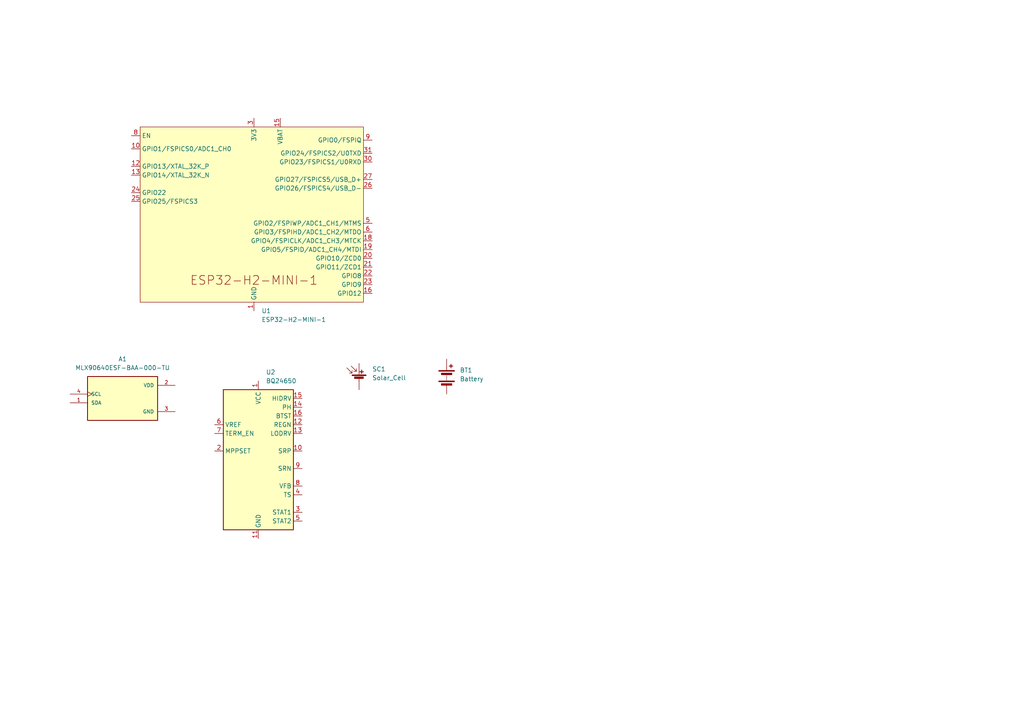
<source format=kicad_sch>
(kicad_sch (version 20231120) (generator "eeschema") (generator_version "8.0")
  (paper "A4")
  (lib_symbols
    (symbol "Battery_Management:BQ24650"
      (property "Reference" "U" (at -10.16 21.59 0))
      (property "Value" "BQ24650" (at 7.62 -21.59 0))
      (symbol "BQ24650_1_1"
        (rectangle (start -10.16 20.32) (end 10.16 -20.32) (stroke (width 0.254)) (fill (type background)))
        (pin power_in line (at 0 22.86 270) (length 2.54) (name "VCC") (number "1"))
        (pin input line (at 12.7 2.54 180) (length 2.54) (name "SRP") (number "10"))
        (pin power_in line (at 0 -22.86 90) (length 2.54) (name "GND") (number "11"))
        (pin output line (at 12.7 10.16 180) (length 2.54) (name "REGN") (number "12"))
        (pin output line (at 12.7 7.62 180) (length 2.54) (name "LODRV") (number "13"))
        (pin input line (at 12.7 15.24 180) (length 2.54) (name "PH") (number "14"))
        (pin output line (at 12.7 17.78 180) (length 2.54) (name "HIDRV") (number "15"))
        (pin output line (at 12.7 12.7 180) (length 2.54) (name "BTST") (number "16"))
        (pin passive line (at 0 -22.86 90) (length 2.54) hide (name "GND") (number "17"))
        (pin input line (at -12.7 2.54 0) (length 2.54) (name "MPPSET") (number "2"))
        (pin open_collector line (at 12.7 -15.24 180) (length 2.54) (name "STAT1") (number "3"))
        (pin input line (at 12.7 -10.16 180) (length 2.54) (name "TS") (number "4"))
        (pin open_collector line (at 12.7 -17.78 180) (length 2.54) (name "STAT2") (number "5"))
        (pin input line (at -12.7 10.16 0) (length 2.54) (name "VREF") (number "6"))
        (pin input line (at -12.7 7.62 0) (length 2.54) (name "TERM_EN") (number "7"))
        (pin input line (at 12.7 -7.62 180) (length 2.54) (name "VFB") (number "8"))
        (pin input line (at 12.7 -2.54 180) (length 2.54) (name "SRN") (number "9"))
      )
    )
    (symbol "Device:Battery" (pin_numbers hide) (pin_names (offset 0) hide)
      (property "Reference" "BT" (at 2.54 2.54 0))
      (property "Value" "Battery" (at 2.54 0 0))
      (symbol "Battery_0_1"
        (rectangle (start -2.286 -1.27) (end 2.286 -1.524) (fill (type outline)))
        (rectangle (start -2.286 1.778) (end 2.286 1.524) (fill (type outline)))
        (rectangle (start -1.524 -2.032) (end 1.524 -2.54) (fill (type outline)))
        (rectangle (start -1.524 1.016) (end 1.524 0.508) (fill (type outline)))
        (polyline (pts (xy 0 -1.016) (xy 0 -0.762)))
        (polyline (pts (xy 0 -0.508) (xy 0 -0.254)))
        (polyline (pts (xy 0 0) (xy 0 0.254)))
        (polyline (pts (xy 0 1.778) (xy 0 2.54)))
        (polyline (pts (xy 0.762 3.048) (xy 1.778 3.048)) (stroke (width 0.254)))
        (polyline (pts (xy 1.27 3.556) (xy 1.27 2.54)) (stroke (width 0.254)))
      )
      (symbol "Battery_1_1"
        (pin passive line (at 0 5.08 270) (length 2.54) (name "+") (number "1"))
        (pin passive line (at 0 -5.08 90) (length 2.54) (name "-") (number "2"))
      )
    )
    (symbol "Device:Solar_Cell" (pin_numbers hide) (pin_names (offset 0) hide)
      (property "Reference" "SC" (at 2.54 2.54 0))
      (property "Value" "Solar_Cell" (at 2.54 0 0))
      (symbol "Solar_Cell_0_1"
        (rectangle (start -2.032 1.778) (end 2.032 1.524) (fill (type outline)))
        (rectangle (start -1.3208 1.1938) (end 1.27 0.6858) (fill (type outline)))
        (polyline (pts (xy -2.032 2.286) (xy -3.556 3.81)))
        (polyline (pts (xy -0.762 2.794) (xy -2.286 4.318)))
        (polyline (pts (xy 0 0.762) (xy 0 0)))
        (polyline (pts (xy 0 1.778) (xy 0 2.54)))
        (polyline (pts (xy 0.254 2.667) (xy 1.27 2.667)) (stroke (width 0.254)))
        (polyline (pts (xy 0.762 3.175) (xy 0.762 2.159)) (stroke (width 0.254)))
        (polyline (pts (xy -2.032 3.048) (xy -2.032 2.286) (xy -2.794 2.286)))
        (polyline (pts (xy -0.762 3.556) (xy -0.762 2.794) (xy -1.524 2.794)))
      )
      (symbol "Solar_Cell_1_1"
        (pin passive line (at 0 5.08 270) (length 2.54) (name "+") (number "1"))
        (pin passive line (at 0 -2.54 90) (length 2.54) (name "-") (number "2"))
      )
    )
    (symbol "MLX90640ESF-BAA-000-TU:MLX90640ESF-BAA-000-TU" (pin_names (offset 1.016))
      (property "Reference" "A" (at -10.16 6.35 0))
      (property "Value" "MLX90640ESF-BAA-000-TU" (at -10.16 -8.89 0))
      (symbol "MLX90640ESF-BAA-000-TU_0_0"
        (rectangle (start -10.16 -7.62) (end 10.16 5.08) (stroke (width 0.254)) (fill (type background)))
        (pin bidirectional line (at -15.24 -2.54 0) (length 5.08) (name "SDA") (number "1"))
        (pin power_in line (at 15.24 2.54 180) (length 5.08) (name "VDD") (number "2"))
        (pin power_in line (at 15.24 -5.08 180) (length 5.08) (name "GND") (number "3"))
        (pin input clock (at -15.24 0 0) (length 5.08) (name "SCL") (number "4"))
      )
    )
    (symbol "PCM_Espressif:ESP32-H2-MINI-1"
      (property "Reference" "U" (at -33.02 30.48 0))
      (property "Value" "ESP32-H2-MINI-1" (at -33.02 27.94 0))
      (symbol "ESP32-H2-MINI-1_0_1"
        (rectangle (start -33.02 25.4) (end 31.75 -25.4) (fill (type background)))
      )
      (symbol "ESP32-H2-MINI-1_1_0"
        (text "ESP32-H2-MINI-1" (at 0 -19.05 0) (effects (font (size 2.54 2.54))))
        (pin bidirectional line (at -35.56 19.05 0) (length 2.54) (name "GPIO1/FSPICS0/ADC1_CH0") (number "10"))
        (pin no_connect line (at -35.56 -13.97 0) (length 2.54) hide (name "NC") (number "17"))
        (pin bidirectional line (at -35.56 6.35 0) (length 2.54) (name "GPIO22") (number "24"))
        (pin bidirectional line (at -35.56 3.81 0) (length 2.54) (name "GPIO25/FSPICS3") (number "25"))
        (pin no_connect line (at -35.56 -13.97 0) (length 2.54) hide (name "NC") (number "28"))
        (pin no_connect line (at -35.56 -13.97 0) (length 2.54) hide (name "NC") (number "29"))
        (pin no_connect line (at -35.56 -13.97 0) (length 2.54) hide (name "NC") (number "32"))
        (pin no_connect line (at -35.56 -13.97 0) (length 2.54) hide (name "NC") (number "33"))
        (pin no_connect line (at -35.56 -13.97 0) (length 2.54) hide (name "NC") (number "34"))
        (pin no_connect line (at -35.56 -13.97 0) (length 2.54) hide (name "NC") (number "35"))
        (pin no_connect line (at -35.56 -13.97 0) (length 2.54) hide (name "NC") (number "4"))
        (pin no_connect line (at -35.56 -13.97 0) (length 2.54) hide (name "NC") (number "7"))
        (pin bidirectional line (at 34.29 21.59 180) (length 2.54) (name "GPIO0/FSPIQ") (number "9"))
      )
      (symbol "ESP32-H2-MINI-1_1_1"
        (pin power_in line (at 0 -27.94 90) (length 2.54) (name "GND") (number "1"))
        (pin passive line (at 0 -27.94 90) (length 2.54) hide (name "GND") (number "11"))
        (pin bidirectional line (at -35.56 13.97 0) (length 2.54) (name "GPIO13/XTAL_32K_P") (number "12"))
        (pin bidirectional line (at -35.56 11.43 0) (length 2.54) (name "GPIO14/XTAL_32K_N") (number "13"))
        (pin passive line (at 0 -27.94 90) (length 2.54) hide (name "GND") (number "14"))
        (pin input line (at 7.62 27.94 270) (length 2.54) (name "VBAT") (number "15"))
        (pin bidirectional line (at 34.29 -22.86 180) (length 2.54) (name "GPIO12") (number "16"))
        (pin bidirectional line (at 34.29 -7.62 180) (length 2.54) (name "GPIO4/FSPICLK/ADC1_CH3/MTCK") (number "18"))
        (pin bidirectional line (at 34.29 -10.16 180) (length 2.54) (name "GPIO5/FSPID/ADC1_CH4/MTDI") (number "19"))
        (pin passive line (at 0 -27.94 90) (length 2.54) hide (name "GND") (number "2"))
        (pin bidirectional line (at 34.29 -12.7 180) (length 2.54) (name "GPIO10/ZCD0") (number "20"))
        (pin bidirectional line (at 34.29 -15.24 180) (length 2.54) (name "GPIO11/ZCD1") (number "21"))
        (pin bidirectional line (at 34.29 -17.78 180) (length 2.54) (name "GPIO8") (number "22"))
        (pin bidirectional line (at 34.29 -20.32 180) (length 2.54) (name "GPIO9") (number "23"))
        (pin bidirectional line (at 34.29 7.62 180) (length 2.54) (name "GPIO26/FSPICS4/USB_D-") (number "26"))
        (pin bidirectional line (at 34.29 10.16 180) (length 2.54) (name "GPIO27/FSPICS5/USB_D+") (number "27"))
        (pin power_in line (at 0 27.94 270) (length 2.54) (name "3V3") (number "3"))
        (pin bidirectional line (at 34.29 15.24 180) (length 2.54) (name "GPIO23/FSPICS1/U0RXD") (number "30"))
        (pin bidirectional line (at 34.29 17.78 180) (length 2.54) (name "GPIO24/FSPICS2/U0TXD") (number "31"))
        (pin passive line (at 0 -27.94 90) (length 2.54) hide (name "GND") (number "36"))
        (pin passive line (at 0 -27.94 90) (length 2.54) hide (name "GND") (number "37"))
        (pin passive line (at 0 -27.94 90) (length 2.54) hide (name "GND") (number "38"))
        (pin passive line (at 0 -27.94 90) (length 2.54) hide (name "GND") (number "39"))
        (pin passive line (at 0 -27.94 90) (length 2.54) hide (name "GND") (number "40"))
        (pin passive line (at 0 -27.94 90) (length 2.54) hide (name "GND") (number "41"))
        (pin passive line (at 0 -27.94 90) (length 2.54) hide (name "GND") (number "42"))
        (pin passive line (at 0 -27.94 90) (length 2.54) hide (name "GND") (number "43"))
        (pin passive line (at 0 -27.94 90) (length 2.54) hide (name "GND") (number "44"))
        (pin passive line (at 0 -27.94 90) (length 2.54) hide (name "GND") (number "45"))
        (pin passive line (at 0 -27.94 90) (length 2.54) hide (name "GND") (number "46"))
        (pin passive line (at 0 -27.94 90) (length 2.54) hide (name "GND") (number "47"))
        (pin passive line (at 0 -27.94 90) (length 2.54) hide (name "GND") (number "48"))
        (pin passive line (at 0 -27.94 90) (length 2.54) hide (name "GND") (number "49"))
        (pin bidirectional line (at 34.29 -2.54 180) (length 2.54) (name "GPIO2/FSPIWP/ADC1_CH1/MTMS") (number "5"))
        (pin passive line (at 0 -27.94 90) (length 2.54) hide (name "GND") (number "50"))
        (pin passive line (at 0 -27.94 90) (length 2.54) hide (name "GND") (number "51"))
        (pin passive line (at 0 -27.94 90) (length 2.54) hide (name "GND") (number "52"))
        (pin passive line (at 0 -27.94 90) (length 2.54) hide (name "GND") (number "53"))
        (pin bidirectional line (at 34.29 -5.08 180) (length 2.54) (name "GPIO3/FSPIHD/ADC1_CH2/MTDO") (number "6"))
        (pin input line (at -35.56 22.86 0) (length 2.54) (name "EN") (number "8"))
      )
    )
  )
  (symbol (lib_id "Battery_Management:BQ24650") (at 74.93 133.35 0) (unit 1)
    (property "Reference" "U2" (at 77.1241 107.95 0) (effects (justify left)))
    (property "Value" "BQ24650" (at 77.1241 110.49 0) (effects (justify left)))
    (property "Footprint" "Package_DFN_QFN:Texas_RVA_VQFN-16-1EP_3.5x3.5mm_P0.5mm_EP2.14x2.14mm_ThermalVias" (effects (hide yes)))
    (property "Datasheet" "https://www.ti.com/lit/ds/symlink/bq24650.pdf" (effects (hide yes)))
    (property "Description" "10A, 28V max voltage, Battery Charger w/600kHz NMOS-NMOS Synchronous Buck Converter for Solar, VQFN-16" (effects (hide yes)))
  )
  (symbol (lib_id "MLX90640ESF-BAA-000-TU:MLX90640ESF-BAA-000-TU") (at 35.56 114.3 0) (unit 1)
    (property "Reference" "A1" (at 35.56 104.14 0))
    (property "Value" "MLX90640ESF-BAA-000-TU" (at 35.56 106.68 0))
    (property "Footprint" "MLX90640ESF-BAA-000-TU:TO292P930H600-4" (effects (hide yes)))
    (property "DigiKey_Part_Number" "MLX90640ESF-BAA-000-TU-ND" (effects (hide yes)))
    (property "SnapEDA_Link" "https://www.snapeda.com/parts/MLX90640ESF-BAA-000-TU/Melexis/view-part/?ref=snap" (effects (hide yes)))
    (property "MAXIMUM_PACKAGE_HEIGHT" "6.0 mm" (effects (hide yes)))
    (property "Package" "TO39_? FOV 110-4 Melexis" (effects (hide yes)))
    (property "Check_prices" "https://www.snapeda.com/parts/MLX90640ESF-BAA-000-TU/Melexis/view-part/?ref=eda" (effects (hide yes)))
    (property "STANDARD" "IPC-7351B" (effects (hide yes)))
    (property "PARTREV" "11" (effects (hide yes)))
    (property "MF" "Melexis Technologies" (effects (hide yes)))
    (property "MP" "MLX90640ESF-BAA-000-TU" (effects (hide yes)))
    (property "Description_1" "\n                        \n                            32x24 thermal array, 110deg FOV\n                        \n" (effects (hide yes)))
    (property "MANUFACTURER" "Melexis" (effects (hide yes)))
  )
  (symbol (lib_id "Device:Solar_Cell") (at 104.14 110.49 0) (unit 1)
    (property "Reference" "SC1" (at 107.95 107.0609 0) (effects (justify left)))
    (property "Value" "Solar_Cell" (at 107.95 109.6009 0) (effects (justify left)))
    (property "Description" "Single solar cell" (effects (hide yes)))
  )
  (symbol (lib_id "Device:Battery") (at 129.54 109.22 0) (unit 1)
    (property "Reference" "BT1" (at 133.35 107.3784 0) (effects (justify left)))
    (property "Value" "Battery" (at 133.35 109.9184 0) (effects (justify left)))
    (property "Description" "Multiple-cell battery" (effects (hide yes)))
  )
  (symbol (lib_id "PCM_Espressif:ESP32-H2-MINI-1") (at 73.66 62.23 0) (unit 1)
    (property "Reference" "U1" (at 75.8541 90.17 0) (effects (justify left)))
    (property "Value" "ESP32-H2-MINI-1" (at 75.8541 92.71 0) (effects (justify left)))
    (property "Footprint" "PCM_Espressif:ESP32-H2-MINI-1" (effects (hide yes)))
    (property "Datasheet" "https://www.espressif.com/sites/default/files/documentation/esp32-h2-mini-1_mini-1u_datasheet_en.pdf" (effects (hide yes)))
    (property "Description" "ESP32-C2-MINI-1 family is an ultra-low-power MCU-based SoC solution that supports Bluetooth®Low Energy (Bluetooth LE), Zigbee 3.0 and Matter" (effects (hide yes)))
  )
)
</source>
